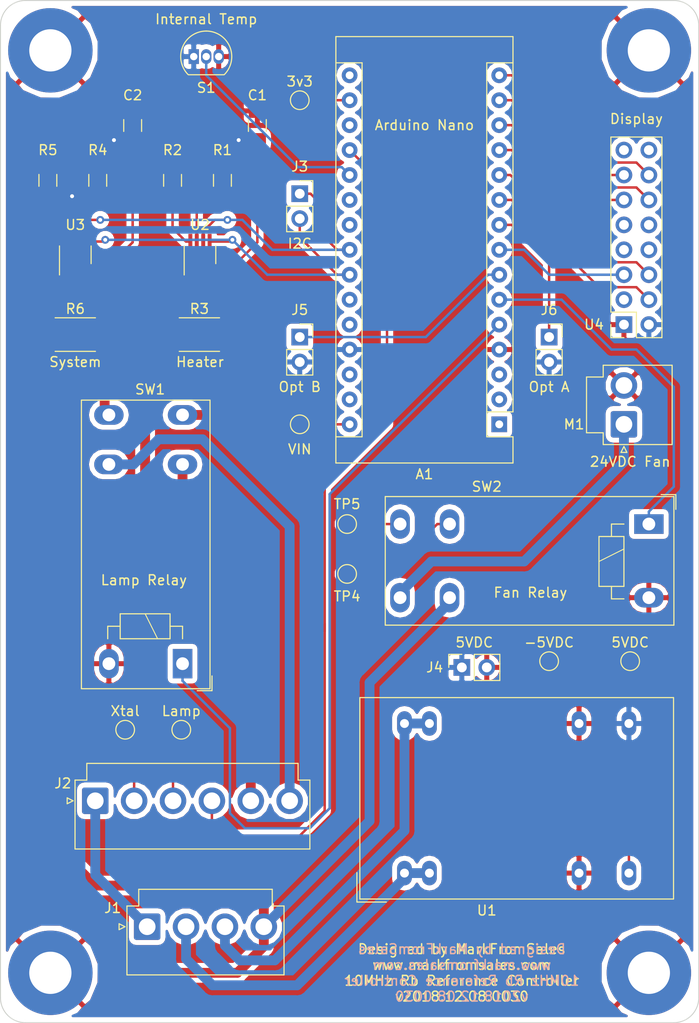
<source format=kicad_pcb>
(kicad_pcb (version 20171130) (host pcbnew "(5.0.2)-1")
  (layers (0 F.Cu signal) (31 B.Cu signal) (34 B.Paste user) (35 F.Paste user) (36 B.SilkS user) (37 F.SilkS user) (38 B.Mask user) (39 F.Mask user) (44 Edge.Cuts user))
  (net 0 "")
  (net 1 "Net-(A1-Pad17)")
  (net 2 /EFR_FREQ)
  (net 3 GND)
  (net 4 /RELAY_PWR)
  (net 5 "Net-(A1-Pad6)")
  (net 6 /SDA)
  (net 7 /MICRO_D5)
  (net 8 /SCL)
  (net 9 /MICRO_D7)
  (net 10 /MICRO_D8)
  (net 11 +5V)
  (net 12 /MICRO_D9)
  (net 13 /MICRO_D10)
  (net 14 /MICRO_D11)
  (net 15 "Net-(A1-Pad30)")
  (net 16 /MICRO_D12)
  (net 17 /GND_24V)
  (net 18 "Net-(J1-Pad2)")
  (net 19 "Net-(J1-Pad3)")
  (net 20 /VCC_24V)
  (net 21 /EFR_XTAL)
  (net 22 /EFR_LAMP)
  (net 23 /EFT_24V_SYS)
  (net 24 /EFT_24V_HEAT)
  (net 25 "Net-(M1-Pad1)")
  (net 26 "Net-(R1-Pad1)")
  (net 27 "Net-(R6-Pad2)")
  (net 28 "Net-(SW2-Pad14)")
  (net 29 "Net-(SW2-Pad11)")
  (net 30 "Net-(TP1-Pad1)")
  (net 31 "Net-(R2-Pad1)")
  (net 32 "Net-(R3-Pad2)")
  (net 33 "Net-(R5-Pad1)")
  (net 34 "Net-(A1-Pad20)")
  (net 35 /MICRO_D4)
  (net 36 /MICRO_D6)
  (module Connector_JST:JST_VH_B6P-VH_1x06_P3.96mm_Vertical (layer F.Cu) (at 55.372 134.874)
    (fp_text reference J2 (at -3.302 -1.778) (layer F.SilkS))
    (fp_text value Conn_01x06_Male)
    (pad 1 thru_hole roundrect (at 0 0) (size 2.7 2.7) (drill 1.7) (layers *.Cu *.Mask) (roundrect_rratio 0.09259299999999999) (net 17 /GND_24V))
    (pad 2 thru_hole circle (at 3.96 0) (size 2.7 2.7) (drill 1.7) (layers *.Cu *.Mask) (net 21 /EFR_XTAL))
    (pad 3 thru_hole circle (at 7.92 0) (size 2.7 2.7) (drill 1.7) (layers *.Cu *.Mask) (net 22 /EFR_LAMP))
    (pad 4 thru_hole circle (at 11.88 0) (size 2.7 2.7) (drill 1.7) (layers *.Cu *.Mask) (net 2 /EFR_FREQ))
    (pad 5 thru_hole circle (at 15.84 0) (size 2.7 2.7) (drill 1.7) (layers *.Cu *.Mask) (net 23 /EFT_24V_SYS))
    (pad 6 thru_hole circle (at 19.8 0) (size 2.7 2.7) (drill 1.7) (layers *.Cu *.Mask) (net 24 /EFT_24V_HEAT))
  )
  (module Converter_DCDC:Converter_DCDC_XP_POWER_JTExxxxDxx_THT (layer F.Cu) (at 86.868 142.24 90)
    (fp_text reference U1 (at -3.81 8.382 180) (layer F.SilkS))
    (fp_text value JTE0624D05)
    (pad 2 thru_hole oval (at 0 0 90) (size 2.5 1.5) (drill 0.91) (layers *.Cu *.Mask) (net 18 "Net-(J1-Pad2)"))
    (pad 9 thru_hole oval (at 0 17.78 90) (size 2.5 1.5) (drill 0.91) (layers *.Cu *.Mask) (net 3 GND))
    (pad 11 thru_hole oval (at 0 22.86 90) (size 2.5 1.5) (drill 0.91) (layers *.Cu *.Mask) (net 30 "Net-(TP1-Pad1)"))
    (pad 14 thru_hole oval (at 15.24 22.86 90) (size 2.5 1.5) (drill 0.91) (layers *.Cu *.Mask) (net 11 +5V))
    (pad 16 thru_hole oval (at 15.24 17.78 90) (size 2.5 1.5) (drill 0.91) (layers *.Cu *.Mask) (net 3 GND))
    (pad 23 thru_hole oval (at 15.24 0 90) (size 2.5 1.5) (drill 0.91) (layers *.Cu *.Mask) (net 19 "Net-(J1-Pad3)"))
    (pad 3 thru_hole oval (at 0 2.54 90) (size 2.5 1.5) (drill 0.91) (layers *.Cu *.Mask) (net 18 "Net-(J1-Pad2)"))
    (pad 22 thru_hole oval (at 15.24 2.54 90) (size 2.5 1.5) (drill 0.91) (layers *.Cu *.Mask) (net 19 "Net-(J1-Pad3)"))
  )
  (module Module:Arduino_Nano (layer F.Cu) (at 96.52 96.52 180)
    (fp_text reference A1 (at 7.62 -5.08 180) (layer F.SilkS))
    (fp_text value Arduino_Nano_v3.x)
    (pad 1 thru_hole rect (at 0 0 180) (size 1.6 1.6) (drill 0.8) (layers *.Cu *.Mask))
    (pad 17 thru_hole oval (at 15.24 33.02 180) (size 1.6 1.6) (drill 0.8) (layers *.Cu *.Mask) (net 1 "Net-(A1-Pad17)"))
    (pad 2 thru_hole oval (at 0 2.54 180) (size 1.6 1.6) (drill 0.8) (layers *.Cu *.Mask))
    (pad 18 thru_hole oval (at 15.24 30.48 180) (size 1.6 1.6) (drill 0.8) (layers *.Cu *.Mask))
    (pad 3 thru_hole oval (at 0 5.08 180) (size 1.6 1.6) (drill 0.8) (layers *.Cu *.Mask))
    (pad 19 thru_hole oval (at 15.24 27.94 180) (size 1.6 1.6) (drill 0.8) (layers *.Cu *.Mask) (net 2 /EFR_FREQ))
    (pad 4 thru_hole oval (at 0 7.62 180) (size 1.6 1.6) (drill 0.8) (layers *.Cu *.Mask) (net 3 GND))
    (pad 20 thru_hole oval (at 15.24 25.4 180) (size 1.6 1.6) (drill 0.8) (layers *.Cu *.Mask) (net 34 "Net-(A1-Pad20)"))
    (pad 5 thru_hole oval (at 0 10.16 180) (size 1.6 1.6) (drill 0.8) (layers *.Cu *.Mask) (net 4 /RELAY_PWR))
    (pad 21 thru_hole oval (at 15.24 22.86 180) (size 1.6 1.6) (drill 0.8) (layers *.Cu *.Mask))
    (pad 6 thru_hole oval (at 0 12.7 180) (size 1.6 1.6) (drill 0.8) (layers *.Cu *.Mask) (net 5 "Net-(A1-Pad6)"))
    (pad 22 thru_hole oval (at 15.24 20.32 180) (size 1.6 1.6) (drill 0.8) (layers *.Cu *.Mask))
    (pad 7 thru_hole oval (at 0 15.24 180) (size 1.6 1.6) (drill 0.8) (layers *.Cu *.Mask) (net 35 /MICRO_D4))
    (pad 23 thru_hole oval (at 15.24 17.78 180) (size 1.6 1.6) (drill 0.8) (layers *.Cu *.Mask) (net 6 /SDA))
    (pad 8 thru_hole oval (at 0 17.78 180) (size 1.6 1.6) (drill 0.8) (layers *.Cu *.Mask) (net 7 /MICRO_D5))
    (pad 24 thru_hole oval (at 15.24 15.24 180) (size 1.6 1.6) (drill 0.8) (layers *.Cu *.Mask) (net 8 /SCL))
    (pad 9 thru_hole oval (at 0 20.32 180) (size 1.6 1.6) (drill 0.8) (layers *.Cu *.Mask) (net 36 /MICRO_D6))
    (pad 25 thru_hole oval (at 15.24 12.7 180) (size 1.6 1.6) (drill 0.8) (layers *.Cu *.Mask))
    (pad 10 thru_hole oval (at 0 22.86 180) (size 1.6 1.6) (drill 0.8) (layers *.Cu *.Mask) (net 9 /MICRO_D7))
    (pad 26 thru_hole oval (at 15.24 10.16 180) (size 1.6 1.6) (drill 0.8) (layers *.Cu *.Mask))
    (pad 11 thru_hole oval (at 0 25.4 180) (size 1.6 1.6) (drill 0.8) (layers *.Cu *.Mask) (net 10 /MICRO_D8))
    (pad 27 thru_hole oval (at 15.24 7.62 180) (size 1.6 1.6) (drill 0.8) (layers *.Cu *.Mask) (net 11 +5V))
    (pad 12 thru_hole oval (at 0 27.94 180) (size 1.6 1.6) (drill 0.8) (layers *.Cu *.Mask) (net 12 /MICRO_D9))
    (pad 28 thru_hole oval (at 15.24 5.08 180) (size 1.6 1.6) (drill 0.8) (layers *.Cu *.Mask))
    (pad 13 thru_hole oval (at 0 30.48 180) (size 1.6 1.6) (drill 0.8) (layers *.Cu *.Mask) (net 13 /MICRO_D10))
    (pad 29 thru_hole oval (at 15.24 2.54 180) (size 1.6 1.6) (drill 0.8) (layers *.Cu *.Mask))
    (pad 14 thru_hole oval (at 0 33.02 180) (size 1.6 1.6) (drill 0.8) (layers *.Cu *.Mask) (net 14 /MICRO_D11))
    (pad 30 thru_hole oval (at 15.24 0 180) (size 1.6 1.6) (drill 0.8) (layers *.Cu *.Mask) (net 15 "Net-(A1-Pad30)"))
    (pad 15 thru_hole oval (at 0 35.56 180) (size 1.6 1.6) (drill 0.8) (layers *.Cu *.Mask) (net 16 /MICRO_D12))
    (pad 16 thru_hole oval (at 15.24 35.56 180) (size 1.6 1.6) (drill 0.8) (layers *.Cu *.Mask))
  )
  (module Capacitor_SMD:C_1206_3216Metric_Pad1.42x1.75mm_HandSolder (layer F.Cu) (at 71.882 66.0765 90)
    (fp_text reference C1 (at 3.0845 0 180) (layer F.SilkS))
    (fp_text value 0.1U)
    (pad 2 smd roundrect (at 1.4875 0 90) (size 1.425 1.75) (layers F.Cu F.Paste F.Mask) (roundrect_rratio 0.175439) (net 3 GND))
    (pad 1 smd roundrect (at -1.4875 0 90) (size 1.425 1.75) (layers F.Cu F.Paste F.Mask) (roundrect_rratio 0.175439) (net 11 +5V))
  )
  (module Capacitor_SMD:C_1206_3216Metric_Pad1.42x1.75mm_HandSolder (layer F.Cu) (at 59.182 66.0765 90)
    (fp_text reference C2 (at 3.0845 0 180) (layer F.SilkS))
    (fp_text value 0.1U)
    (pad 1 smd roundrect (at -1.4875 0 90) (size 1.425 1.75) (layers F.Cu F.Paste F.Mask) (roundrect_rratio 0.175439) (net 11 +5V))
    (pad 2 smd roundrect (at 1.4875 0 90) (size 1.425 1.75) (layers F.Cu F.Paste F.Mask) (roundrect_rratio 0.175439) (net 3 GND))
  )
  (module Connector_JST:JST_VH_B4P-VH-B_1x04_P3.96mm_Vertical (layer F.Cu) (at 60.66 147.701)
    (fp_text reference J1 (at -3.51 -1.905) (layer F.SilkS))
    (fp_text value VIN_24VDC)
    (pad 1 thru_hole roundrect (at 0 0) (size 2.7 2.7) (drill 1.7) (layers *.Cu *.Mask) (roundrect_rratio 0.09259299999999999) (net 17 /GND_24V))
    (pad 2 thru_hole circle (at 3.96 0) (size 2.7 2.7) (drill 1.7) (layers *.Cu *.Mask) (net 18 "Net-(J1-Pad2)"))
    (pad 3 thru_hole circle (at 7.92 0) (size 2.7 2.7) (drill 1.7) (layers *.Cu *.Mask) (net 19 "Net-(J1-Pad3)"))
    (pad 4 thru_hole circle (at 11.88 0) (size 2.7 2.7) (drill 1.7) (layers *.Cu *.Mask) (net 20 /VCC_24V))
  )
  (module Connector_JST:JST_VH_B2P-VH-B_1x02_P3.96mm_Vertical (layer F.Cu) (at 109.22 96.52 90)
    (fp_text reference M1 (at 0 -5.08 180) (layer F.SilkS))
    (fp_text value Fan)
    (pad 1 thru_hole roundrect (at 0 0 90) (size 2.7 2.7) (drill 1.7) (layers *.Cu *.Mask) (roundrect_rratio 0.09259299999999999) (net 25 "Net-(M1-Pad1)"))
    (pad 2 thru_hole circle (at 3.96 0 90) (size 2.7 2.7) (drill 1.7) (layers *.Cu *.Mask) (net 3 GND))
  )
  (module Resistor_SMD:R_1206_3216Metric_Pad1.42x1.75mm_HandSolder (layer F.Cu) (at 68.326 71.6645 90)
    (fp_text reference R1 (at 3.0845 0 180) (layer F.SilkS))
    (fp_text value 10K)
    (pad 1 smd roundrect (at -1.4875 0 90) (size 1.425 1.75) (layers F.Cu F.Paste F.Mask) (roundrect_rratio 0.175439) (net 26 "Net-(R1-Pad1)"))
    (pad 2 smd roundrect (at 1.4875 0 90) (size 1.425 1.75) (layers F.Cu F.Paste F.Mask) (roundrect_rratio 0.175439) (net 3 GND))
  )
  (module Resistor_SMD:R_1206_3216Metric_Pad1.42x1.75mm_HandSolder (layer F.Cu) (at 63.246 71.6645 90)
    (fp_text reference R2 (at 3.0845 0 180) (layer F.SilkS))
    (fp_text value 10K)
    (pad 2 smd roundrect (at 1.4875 0 90) (size 1.425 1.75) (layers F.Cu F.Paste F.Mask) (roundrect_rratio 0.175439) (net 3 GND))
    (pad 1 smd roundrect (at -1.4875 0 90) (size 1.425 1.75) (layers F.Cu F.Paste F.Mask) (roundrect_rratio 0.175439) (net 31 "Net-(R2-Pad1)"))
  )
  (module Resistor_SMD:R_1206_3216Metric_Pad1.42x1.75mm_HandSolder (layer F.Cu) (at 55.626 71.6645 90)
    (fp_text reference R4 (at 3.0845 0 180) (layer F.SilkS))
    (fp_text value 10K)
    (pad 1 smd roundrect (at -1.4875 0 90) (size 1.425 1.75) (layers F.Cu F.Paste F.Mask) (roundrect_rratio 0.175439) (net 11 +5V))
    (pad 2 smd roundrect (at 1.4875 0 90) (size 1.425 1.75) (layers F.Cu F.Paste F.Mask) (roundrect_rratio 0.175439) (net 3 GND))
  )
  (module Resistor_SMD:R_2512_6332Metric_Pad1.52x3.35mm_HandSolder (layer F.Cu) (at 53.34 87.376)
    (fp_text reference R6 (at 0 -2.62) (layer F.SilkS))
    (fp_text value 0.1)
    (pad 2 smd roundrect (at 2.9875 0) (size 1.525 3.35) (layers F.Cu F.Paste F.Mask) (roundrect_rratio 0.163934) (net 27 "Net-(R6-Pad2)"))
    (pad 1 smd roundrect (at -2.9875 0) (size 1.525 3.35) (layers F.Cu F.Paste F.Mask) (roundrect_rratio 0.163934) (net 20 /VCC_24V))
  )
  (module Relay_THT:Relay_DPST_Schrack-RT2-FormA_RM5mm (layer F.Cu) (at 64.262 120.904 90)
    (fp_text reference SW1 (at 27.94 -3.302 180) (layer F.SilkS))
    (fp_text value SW_DPST)
    (pad A1 thru_hole rect (at 0 0 270) (size 3 2) (drill 1.3) (layers *.Cu *.Mask) (net 4 /RELAY_PWR))
    (pad A2 thru_hole oval (at 0 -7.5 270) (size 3 2) (drill 1.3) (layers *.Cu *.Mask) (net 3 GND))
    (pad 11 thru_hole oval (at 20.3 0 270) (size 2 3) (drill 1.3) (layers *.Cu *.Mask) (net 23 /EFT_24V_SYS))
    (pad 24 thru_hole oval (at 25.34 -7.5 270) (size 2 3) (drill 1.3) (layers *.Cu *.Mask) (net 27 "Net-(R6-Pad2)"))
    (pad 21 thru_hole oval (at 20.3 -7.5 270) (size 2 3) (drill 1.3) (layers *.Cu *.Mask) (net 24 /EFT_24V_HEAT))
    (pad 14 thru_hole oval (at 25.34 0 270) (size 2 3) (drill 1.3) (layers *.Cu *.Mask) (net 32 "Net-(R3-Pad2)"))
  )
  (module Relay_THT:Relay_DPST_Schrack-RT2-FormA_RM5mm (layer F.Cu) (at 111.76 106.68 180)
    (fp_text reference SW2 (at 16.51 3.81 180) (layer F.SilkS))
    (fp_text value SW_DPST)
    (pad A1 thru_hole rect (at 0 0) (size 3 2) (drill 1.3) (layers *.Cu *.Mask) (net 5 "Net-(A1-Pad6)"))
    (pad A2 thru_hole oval (at 0 -7.5) (size 3 2) (drill 1.3) (layers *.Cu *.Mask) (net 3 GND))
    (pad 11 thru_hole oval (at 20.3 0) (size 2 3) (drill 1.3) (layers *.Cu *.Mask) (net 29 "Net-(SW2-Pad11)"))
    (pad 24 thru_hole oval (at 25.34 -7.5) (size 2 3) (drill 1.3) (layers *.Cu *.Mask) (net 25 "Net-(M1-Pad1)"))
    (pad 21 thru_hole oval (at 20.3 -7.5) (size 2 3) (drill 1.3) (layers *.Cu *.Mask) (net 20 /VCC_24V))
    (pad 14 thru_hole oval (at 25.34 0) (size 2 3) (drill 1.3) (layers *.Cu *.Mask) (net 28 "Net-(SW2-Pad14)"))
  )
  (module TestPoint:TestPoint_Pad_D1.5mm (layer F.Cu) (at 101.6 120.65)
    (fp_text reference TP1 hide)
    (fp_text value TestPoint hide)
    (pad 1 smd circle (at 0 0) (size 1.5 1.5) (layers F.Cu F.Mask) (net 30 "Net-(TP1-Pad1)"))
  )
  (module TestPoint:TestPoint_Pad_D1.5mm (layer F.Cu) (at 58.42 127.635)
    (fp_text reference TP2 hide)
    (fp_text value TestPoint hide)
    (pad 1 smd circle (at 0 0) (size 1.5 1.5) (layers F.Cu F.Mask) (net 21 /EFR_XTAL))
  )
  (module TestPoint:TestPoint_Pad_D1.5mm (layer F.Cu) (at 64.135 127.635)
    (fp_text reference TP3 hide)
    (fp_text value TestPoint hide)
    (pad 1 smd circle (at 0 0) (size 1.5 1.5) (layers F.Cu F.Mask) (net 22 /EFR_LAMP))
  )
  (module TestPoint:TestPoint_Pad_D1.5mm (layer F.Cu) (at 81.026 111.76)
    (fp_text reference TP4 (at 0 2.286) (layer F.SilkS))
    (fp_text value TestPoint hide)
    (pad 1 smd circle (at 0 0) (size 1.5 1.5) (layers F.Cu F.Mask) (net 29 "Net-(SW2-Pad11)"))
  )
  (module TestPoint:TestPoint_Pad_D1.5mm (layer F.Cu) (at 81.026 106.68)
    (fp_text reference TP5 (at 0 -2.032) (layer F.SilkS))
    (fp_text value TestPoint hide)
    (pad 1 smd circle (at 0 0) (size 1.5 1.5) (layers F.Cu F.Mask) (net 28 "Net-(SW2-Pad14)"))
  )
  (module TestPoint:TestPoint_Pad_D1.5mm (layer F.Cu) (at 76.2 63.5)
    (fp_text reference TP6 hide)
    (fp_text value TestPoint hide)
    (pad 1 smd circle (at 0 0) (size 1.5 1.5) (layers F.Cu F.Mask) (net 1 "Net-(A1-Pad17)"))
  )
  (module TestPoint:TestPoint_Pad_D1.5mm (layer F.Cu) (at 76.2 96.52)
    (fp_text reference TP7 hide)
    (fp_text value TestPoint hide)
    (pad 1 smd circle (at 0 0) (size 1.5 1.5) (layers F.Cu F.Mask) (net 15 "Net-(A1-Pad30)"))
  )
  (module Package_TO_SOT_SMD:SOT-23-8_Handsoldering (layer F.Cu) (at 66.04 79.248 90)
    (fp_text reference U2 (at 3.048 0 180) (layer F.SilkS))
    (fp_text value INA219)
    (pad 1 smd rect (at -1.35 -0.98 90) (size 1.56 0.4) (layers F.Cu F.Paste F.Mask) (net 20 /VCC_24V))
    (pad 2 smd rect (at -1.35 -0.33 90) (size 1.56 0.4) (layers F.Cu F.Paste F.Mask) (net 32 "Net-(R3-Pad2)"))
    (pad 3 smd rect (at -1.35 0.33 90) (size 1.56 0.4) (layers F.Cu F.Paste F.Mask) (net 3 GND))
    (pad 4 smd rect (at -1.35 0.98 90) (size 1.56 0.4) (layers F.Cu F.Paste F.Mask) (net 11 +5V))
    (pad 5 smd rect (at 1.35 0.98 90) (size 1.56 0.4) (layers F.Cu F.Paste F.Mask) (net 8 /SCL))
    (pad 6 smd rect (at 1.35 0.33 90) (size 1.56 0.4) (layers F.Cu F.Paste F.Mask) (net 6 /SDA))
    (pad 7 smd rect (at 1.35 -0.33 90) (size 1.56 0.4) (layers F.Cu F.Paste F.Mask) (net 26 "Net-(R1-Pad1)"))
    (pad 8 smd rect (at 1.35 -0.98 90) (size 1.56 0.4) (layers F.Cu F.Paste F.Mask) (net 31 "Net-(R2-Pad1)"))
  )
  (module Package_TO_SOT_SMD:SOT-23-8_Handsoldering (layer F.Cu) (at 53.34 79.248 90)
    (fp_text reference U3 (at 3.048 0 180) (layer F.SilkS))
    (fp_text value INA219)
    (pad 8 smd rect (at 1.35 -0.98 90) (size 1.56 0.4) (layers F.Cu F.Paste F.Mask) (net 33 "Net-(R5-Pad1)"))
    (pad 7 smd rect (at 1.35 -0.33 90) (size 1.56 0.4) (layers F.Cu F.Paste F.Mask) (net 11 +5V))
    (pad 6 smd rect (at 1.35 0.33 90) (size 1.56 0.4) (layers F.Cu F.Paste F.Mask) (net 6 /SDA))
    (pad 5 smd rect (at 1.35 0.98 90) (size 1.56 0.4) (layers F.Cu F.Paste F.Mask) (net 8 /SCL))
    (pad 4 smd rect (at -1.35 0.98 90) (size 1.56 0.4) (layers F.Cu F.Paste F.Mask) (net 11 +5V))
    (pad 3 smd rect (at -1.35 0.33 90) (size 1.56 0.4) (layers F.Cu F.Paste F.Mask) (net 3 GND))
    (pad 2 smd rect (at -1.35 -0.33 90) (size 1.56 0.4) (layers F.Cu F.Paste F.Mask) (net 27 "Net-(R6-Pad2)"))
    (pad 1 smd rect (at -1.35 -0.98 90) (size 1.56 0.4) (layers F.Cu F.Paste F.Mask) (net 20 /VCC_24V))
  )
  (module Resistor_SMD:R_2512_6332Metric_Pad1.52x3.35mm_HandSolder (layer F.Cu) (at 65.9795 87.376)
    (fp_text reference R3 (at 0 -2.62) (layer F.SilkS))
    (fp_text value 0.1)
    (pad 1 smd roundrect (at -2.9875 0) (size 1.525 3.35) (layers F.Cu F.Paste F.Mask) (roundrect_rratio 0.163934) (net 20 /VCC_24V))
    (pad 2 smd roundrect (at 2.9875 0) (size 1.525 3.35) (layers F.Cu F.Paste F.Mask) (roundrect_rratio 0.163934) (net 32 "Net-(R3-Pad2)"))
  )
  (module Resistor_SMD:R_1206_3216Metric_Pad1.42x1.75mm_HandSolder (layer F.Cu) (at 50.546 71.6645 90)
    (fp_text reference R5 (at 3.0845 0) (layer F.SilkS))
    (fp_text value 10K)
    (pad 1 smd roundrect (at -1.4875 0 90) (size 1.425 1.75) (layers F.Cu F.Paste F.Mask) (roundrect_rratio 0.175439) (net 33 "Net-(R5-Pad1)"))
    (pad 2 smd roundrect (at 1.4875 0 90) (size 1.425 1.75) (layers F.Cu F.Paste F.Mask) (roundrect_rratio 0.175439) (net 3 GND))
  )
  (module MountingHole:MountingHole_4.3mm_M4_Pad (layer F.Cu) (at 50.8 152.4)
    (fp_text reference H1 hide)
    (fp_text value MountingHole_Pad)
    (pad 1 thru_hole circle (at 0 0) (size 8.6 8.6) (drill 4.3) (layers *.Cu *.Mask) (net 3 GND))
  )
  (module MountingHole:MountingHole_4.3mm_M4_Pad (layer F.Cu) (at 111.76 152.4)
    (fp_text reference H2 hide)
    (fp_text value MountingHole_Pad)
    (pad 1 thru_hole circle (at 0 0) (size 8.6 8.6) (drill 4.3) (layers *.Cu *.Mask) (net 3 GND))
  )
  (module MountingHole:MountingHole_4.3mm_M4_Pad (layer F.Cu) (at 50.8 58.42)
    (fp_text reference H3 hide)
    (fp_text value MountingHole_Pad)
    (pad 1 thru_hole circle (at 0 0) (size 8.6 8.6) (drill 4.3) (layers *.Cu *.Mask) (net 3 GND))
  )
  (module MountingHole:MountingHole_4.3mm_M4_Pad (layer F.Cu) (at 111.76 58.42)
    (fp_text reference H4 hide)
    (fp_text value MountingHole_Pad)
    (pad 1 thru_hole circle (at 0 0) (size 8.6 8.6) (drill 4.3) (layers *.Cu *.Mask) (net 3 GND))
  )
  (module Connector_PinSocket_2.54mm:PinSocket_2x08_P2.54mm_Vertical (layer F.Cu) (at 109.22 86.36 180)
    (fp_text reference U4 (at 3.048 0 180) (layer F.SilkS))
    (fp_text value RC1602A)
    (pad 1 thru_hole rect (at 0 0 180) (size 1.7 1.7) (drill 1) (layers *.Cu *.Mask) (net 3 GND))
    (pad 2 thru_hole oval (at -2.54 0 180) (size 1.7 1.7) (drill 1) (layers *.Cu *.Mask) (net 11 +5V))
    (pad 3 thru_hole oval (at 0 2.54 180) (size 1.7 1.7) (drill 1) (layers *.Cu *.Mask))
    (pad 4 thru_hole oval (at -2.54 2.54 180) (size 1.7 1.7) (drill 1) (layers *.Cu *.Mask) (net 9 /MICRO_D7))
    (pad 5 thru_hole oval (at 0 5.08 180) (size 1.7 1.7) (drill 1) (layers *.Cu *.Mask) (net 7 /MICRO_D5))
    (pad 6 thru_hole oval (at -2.54 5.08 180) (size 1.7 1.7) (drill 1) (layers *.Cu *.Mask) (net 10 /MICRO_D8))
    (pad 7 thru_hole oval (at 0 7.62 180) (size 1.7 1.7) (drill 1) (layers *.Cu *.Mask))
    (pad 8 thru_hole oval (at -2.54 7.62 180) (size 1.7 1.7) (drill 1) (layers *.Cu *.Mask))
    (pad 9 thru_hole oval (at 0 10.16 180) (size 1.7 1.7) (drill 1) (layers *.Cu *.Mask))
    (pad 10 thru_hole oval (at -2.54 10.16 180) (size 1.7 1.7) (drill 1) (layers *.Cu *.Mask))
    (pad 11 thru_hole oval (at 0 12.7 180) (size 1.7 1.7) (drill 1) (layers *.Cu *.Mask) (net 12 /MICRO_D9))
    (pad 12 thru_hole oval (at -2.54 12.7 180) (size 1.7 1.7) (drill 1) (layers *.Cu *.Mask) (net 13 /MICRO_D10))
    (pad 13 thru_hole oval (at 0 15.24 180) (size 1.7 1.7) (drill 1) (layers *.Cu *.Mask) (net 14 /MICRO_D11))
    (pad 14 thru_hole oval (at -2.54 15.24 180) (size 1.7 1.7) (drill 1) (layers *.Cu *.Mask) (net 16 /MICRO_D12))
    (pad 15 thru_hole oval (at 0 17.78 180) (size 1.7 1.7) (drill 1) (layers *.Cu *.Mask))
    (pad 16 thru_hole oval (at -2.54 17.78 180) (size 1.7 1.7) (drill 1) (layers *.Cu *.Mask))
  )
  (module TestPoint:TestPoint_Pad_D1.5mm (layer F.Cu) (at 109.855 120.65)
    (fp_text reference TP8 hide)
    (fp_text value TestPoint)
    (pad 1 smd circle (at 0 0) (size 1.5 1.5) (layers F.Cu F.Mask) (net 11 +5V))
  )
  (module Connector_PinSocket_2.54mm:PinSocket_1x02_P2.54mm_Vertical (layer F.Cu) (at 76.2 73.025)
    (fp_text reference J3 (at 0 -2.77) (layer F.SilkS))
    (fp_text value Conn_I2C)
    (pad 1 thru_hole rect (at 0 0) (size 1.7 1.7) (drill 1) (layers *.Cu *.Mask) (net 6 /SDA))
    (pad 2 thru_hole oval (at 0 2.54) (size 1.7 1.7) (drill 1) (layers *.Cu *.Mask) (net 8 /SCL))
  )
  (module Connector_PinSocket_2.54mm:PinSocket_1x02_P2.54mm_Vertical (layer F.Cu) (at 92.71 121.285 90)
    (fp_text reference J4 (at 0 -2.77 180) (layer F.SilkS))
    (fp_text value Conn_5VDC)
    (pad 2 thru_hole oval (at 0 2.54 90) (size 1.7 1.7) (drill 1) (layers *.Cu *.Mask) (net 3 GND))
    (pad 1 thru_hole rect (at 0 0 90) (size 1.7 1.7) (drill 1) (layers *.Cu *.Mask) (net 11 +5V))
  )
  (module Connector_PinSocket_2.54mm:PinSocket_1x02_P2.54mm_Vertical (layer F.Cu) (at 76.2 87.63)
    (fp_text reference J5 (at 0 -2.77) (layer F.SilkS))
    (fp_text value Option_A)
    (pad 1 thru_hole rect (at 0 0) (size 1.7 1.7) (drill 1) (layers *.Cu *.Mask) (net 35 /MICRO_D4))
    (pad 2 thru_hole oval (at 0 2.54) (size 1.7 1.7) (drill 1) (layers *.Cu *.Mask) (net 11 +5V))
  )
  (module Connector_PinSocket_2.54mm:PinSocket_1x02_P2.54mm_Vertical (layer F.Cu) (at 101.6 87.63)
    (fp_text reference J6 (at 0 -2.77) (layer F.SilkS))
    (fp_text value Option_B)
    (pad 2 thru_hole oval (at 0 2.54) (size 1.7 1.7) (drill 1) (layers *.Cu *.Mask) (net 11 +5V))
    (pad 1 thru_hole rect (at 0 0) (size 1.7 1.7) (drill 1) (layers *.Cu *.Mask) (net 36 /MICRO_D6))
  )
  (module Package_TO_SOT_THT:TO-92_Inline (layer F.Cu) (at 65.405 59.055)
    (fp_text reference S1 (at 1.27 3.175) (layer F.SilkS))
    (fp_text value TMP36)
    (pad 2 thru_hole oval (at 1.27 0) (size 1.05 1.5) (drill 0.75) (layers *.Cu *.Mask) (net 34 "Net-(A1-Pad20)"))
    (pad 3 thru_hole oval (at 2.54 0) (size 1.05 1.5) (drill 0.75) (layers *.Cu *.Mask) (net 3 GND))
    (pad 1 thru_hole rect (at 0 0) (size 1.05 1.5) (drill 0.75) (layers *.Cu *.Mask) (net 11 +5V))
  )
  (gr_text 5VDC (at 93.98 118.745) (layer F.SilkS) (effects (font (size 1 1))))
  (gr_text "Internal Temp" (at 66.675 55.245) (layer F.SilkS) (effects (font (size 1 1))))
  (gr_text I2C (at 76.2 78.105) (layer F.SilkS) (effects (font (size 1 1))))
  (gr_text "Opt B" (at 76.2 92.71) (layer F.SilkS) (effects (font (size 1 1))))
  (gr_text "Opt A" (at 101.6 92.71) (layer F.SilkS) (effects (font (size 1 1))))
  (gr_text Lamp (at 64.135 125.73) (layer F.SilkS) (effects (font (size 1 1))))
  (gr_text Xtal (at 58.42 125.73) (layer F.SilkS) (effects (font (size 1 1))))
  (gr_text Heater (at 66.04 90.17) (layer F.SilkS) (effects (font (size 1 1))))
  (gr_text System (at 53.34 90.17) (layer F.SilkS) (effects (font (size 1 1))))
  (gr_text "Lamp Relay" (at 60.325 112.395) (layer F.SilkS) (effects (font (size 1 1))))
  (gr_text "Fan Relay" (at 99.695 113.665) (layer F.SilkS) (effects (font (size 1 1))))
  (gr_text Display (at 110.49 65.405) (layer F.SilkS) (effects (font (size 1 1))))
  (gr_text "24VDC Fan" (at 109.855 100.33) (layer F.SilkS) (effects (font (size 1 1))))
  (gr_text "Arduino Nano" (at 88.9 66.04) (layer F.SilkS) (effects (font (size 1 1))))
  (gr_text 3v3 (at 76.2 61.595) (layer F.SilkS) (effects (font (size 1 1))))
  (gr_text VIN (at 76.2 99.06) (layer F.SilkS) (effects (font (size 1 1))))
  (gr_text -5VDC (at 101.6 118.745) (layer F.SilkS) (effects (font (size 1 1))))
  (gr_text 5VDC (at 109.855 118.745) (layer F.SilkS) (effects (font (size 1 1))))
  (gr_arc (start 48.26 55.88) (end 48.26 53.34) (angle -90) (layer Edge.Cuts) (width 0.1))
  (gr_arc (start 114.3 55.88) (end 116.84 55.88) (angle -90) (layer Edge.Cuts) (width 0.1))
  (gr_arc (start 114.3 154.94) (end 114.3 157.48) (angle -90) (layer Edge.Cuts) (width 0.1))
  (gr_arc (start 48.26 154.94) (end 45.72 154.94) (angle -90) (layer Edge.Cuts) (width 0.1))
  (gr_text "Designed by MarkFromSales\nwww.markfromsales.com\n10MHz Rb Reference Controller\nv2018.12.08.0030" (at 92.71 152.4) (layer B.SilkS) (effects (font (size 1 1)) (justify mirror)))
  (gr_text "Designed by MarkFromSales\nwww.markfromsales.com\n10MHz Rb Reference Controller\nv2018.12.08.0030" (at 92.71 152.4) (layer F.SilkS) (effects (font (size 1 1))))
  (gr_line (start 116.84 55.88) (end 116.84 154.94) (layer Edge.Cuts) (width 0.1))
  (gr_line (start 114.3 157.48) (end 48.26 157.48) (layer Edge.Cuts) (width 0.1))
  (gr_line (start 45.72 55.88) (end 45.72 154.94) (layer Edge.Cuts) (width 0.1))
  (gr_line (start 114.3 53.34) (end 48.26 53.34) (layer Edge.Cuts) (width 0.1))
  (segment (start 76.2 63.5) (end 81.28 63.5) (width 0.25) (layer F.Cu) (net 1))
  (segment (start 85.09 72.39) (end 81.28 68.58) (width 0.25) (layer F.Cu) (net 2))
  (segment (start 67.252 134.874) (end 67.252 136.783188) (width 0.25) (layer F.Cu) (net 2))
  (segment (start 76.2 138.43) (end 78.74 135.89) (width 0.25) (layer F.Cu) (net 2))
  (segment (start 67.252 136.783188) (end 68.898812 138.43) (width 0.25) (layer F.Cu) (net 2))
  (segment (start 68.898812 138.43) (end 76.2 138.43) (width 0.25) (layer F.Cu) (net 2))
  (segment (start 85.09 72.39) (end 85.09 96.52) (width 0.25) (layer F.Cu) (net 2))
  (segment (start 85.09 96.52) (end 78.74 102.87) (width 0.25) (layer F.Cu) (net 2))
  (segment (start 78.74 102.87) (end 78.74 117.602) (width 0.25) (layer F.Cu) (net 2))
  (segment (start 78.74 135.89) (end 78.74 117.602) (width 0.25) (layer F.Cu) (net 2))
  (segment (start 78.74 117.602) (end 78.74 116.84) (width 0.25) (layer F.Cu) (net 2))
  (segment (start 53.67 81.106) (end 53.67 82.626) (width 0.25) (layer F.Cu) (net 3))
  (segment (start 66.37 81.106) (end 66.37 82.626) (width 0.25) (layer F.Cu) (net 3))
  (segment (start 79.248 103.632) (end 80.01 102.87) (width 0.25) (layer B.Cu) (net 4))
  (segment (start 79.248 135.636) (end 79.248 103.632) (width 0.25) (layer B.Cu) (net 4))
  (segment (start 70.612 137.668) (end 77.216 137.668) (width 0.25) (layer B.Cu) (net 4))
  (segment (start 80.01 102.87) (end 96.52 86.36) (width 0.25) (layer B.Cu) (net 4))
  (segment (start 64.262 120.904) (end 64.262 122.654) (width 0.25) (layer B.Cu) (net 4))
  (segment (start 77.216 137.668) (end 79.248 135.636) (width 0.25) (layer B.Cu) (net 4))
  (segment (start 64.262 122.654) (end 69.088 127.48) (width 0.25) (layer B.Cu) (net 4))
  (segment (start 69.088 127.48) (end 69.088 136.144) (width 0.25) (layer B.Cu) (net 4))
  (segment (start 69.088 136.144) (end 70.612 137.668) (width 0.25) (layer B.Cu) (net 4))
  (segment (start 111.76 105.41) (end 111.76 106.68) (width 0.25) (layer B.Cu) (net 5))
  (segment (start 102.87 83.82) (end 107.95 88.9) (width 0.25) (layer B.Cu) (net 5))
  (segment (start 96.52 83.82) (end 102.87 83.82) (width 0.25) (layer B.Cu) (net 5))
  (segment (start 107.95 88.9) (end 110.49 88.9) (width 0.25) (layer B.Cu) (net 5))
  (segment (start 110.49 88.9) (end 114.3 92.71) (width 0.25) (layer B.Cu) (net 5))
  (segment (start 114.3 92.71) (end 114.3 102.87) (width 0.25) (layer B.Cu) (net 5))
  (segment (start 114.3 102.87) (end 111.76 105.41) (width 0.25) (layer B.Cu) (net 5))
  (via (at 55.88 75.692) (size 0.8) (drill 0.4) (layers F.Cu B.Cu) (net 6))
  (segment (start 55.314315 75.692) (end 55.88 75.692) (width 0.25) (layer F.Cu) (net 6))
  (segment (start 54.846 75.692) (end 55.314315 75.692) (width 0.25) (layer F.Cu) (net 6))
  (segment (start 53.67 76.868) (end 54.846 75.692) (width 0.25) (layer F.Cu) (net 6))
  (segment (start 53.67 77.898) (end 53.67 76.868) (width 0.25) (layer F.Cu) (net 6))
  (via (at 68.834 75.692) (size 0.8) (drill 0.4) (layers F.Cu B.Cu) (net 6))
  (segment (start 68.268315 75.692) (end 68.834 75.692) (width 0.25) (layer F.Cu) (net 6))
  (segment (start 67.546 75.692) (end 68.268315 75.692) (width 0.25) (layer F.Cu) (net 6))
  (segment (start 66.37 76.868) (end 67.546 75.692) (width 0.25) (layer F.Cu) (net 6))
  (segment (start 66.37 77.898) (end 66.37 76.868) (width 0.25) (layer F.Cu) (net 6))
  (segment (start 55.88 75.692) (end 68.834 75.692) (width 0.25) (layer B.Cu) (net 6))
  (segment (start 81.28 78.74) (end 73.406 78.74) (width 0.25) (layer B.Cu) (net 6))
  (segment (start 70.358 75.692) (end 68.834 75.692) (width 0.25) (layer B.Cu) (net 6))
  (segment (start 73.406 78.74) (end 70.358 75.692) (width 0.25) (layer B.Cu) (net 6))
  (segment (start 77.3 73.025) (end 78.74 74.465) (width 0.25) (layer F.Cu) (net 6))
  (segment (start 76.2 73.025) (end 77.3 73.025) (width 0.25) (layer F.Cu) (net 6))
  (segment (start 78.74 74.465) (end 78.74 77.47) (width 0.25) (layer F.Cu) (net 6))
  (segment (start 80.01 78.74) (end 78.74 77.47) (width 0.25) (layer F.Cu) (net 6))
  (segment (start 81.28 78.74) (end 80.01 78.74) (width 0.25) (layer F.Cu) (net 6))
  (segment (start 96.52 78.74) (end 99.06 78.74) (width 0.25) (layer B.Cu) (net 7))
  (segment (start 99.06 78.74) (end 101.6 81.28) (width 0.25) (layer B.Cu) (net 7))
  (segment (start 101.6 81.28) (end 109.22 81.28) (width 0.25) (layer B.Cu) (net 7))
  (via (at 56.388 77.724) (size 0.8) (drill 0.4) (layers F.Cu B.Cu) (net 8))
  (segment (start 56.214 77.898) (end 56.388 77.724) (width 0.25) (layer F.Cu) (net 8))
  (segment (start 54.32 77.898) (end 56.214 77.898) (width 0.25) (layer F.Cu) (net 8))
  (via (at 69.342 77.724) (size 0.8) (drill 0.4) (layers F.Cu B.Cu) (net 8))
  (segment (start 69.168 77.898) (end 69.342 77.724) (width 0.25) (layer F.Cu) (net 8))
  (segment (start 67.02 77.898) (end 69.168 77.898) (width 0.25) (layer F.Cu) (net 8))
  (segment (start 56.388 77.724) (end 69.342 77.724) (width 0.25) (layer B.Cu) (net 8))
  (segment (start 72.898 81.28) (end 69.342 77.724) (width 0.25) (layer B.Cu) (net 8))
  (segment (start 81.28 81.28) (end 72.898 81.28) (width 0.25) (layer B.Cu) (net 8))
  (segment (start 80.01 81.28) (end 81.28 81.28) (width 0.25) (layer F.Cu) (net 8))
  (segment (start 76.2 75.565) (end 76.2 77.47) (width 0.25) (layer F.Cu) (net 8))
  (segment (start 76.2 77.47) (end 80.01 81.28) (width 0.25) (layer F.Cu) (net 8))
  (segment (start 96.52 73.66) (end 97.79 73.66) (width 0.25) (layer F.Cu) (net 9))
  (segment (start 97.79 73.66) (end 106.68 82.55) (width 0.25) (layer F.Cu) (net 9))
  (segment (start 110.49 82.55) (end 111.76 83.82) (width 0.25) (layer F.Cu) (net 9))
  (segment (start 106.68 82.55) (end 110.49 82.55) (width 0.25) (layer F.Cu) (net 9))
  (segment (start 97.65137 71.12) (end 106.54137 80.01) (width 0.25) (layer F.Cu) (net 10))
  (segment (start 96.52 71.12) (end 97.65137 71.12) (width 0.25) (layer F.Cu) (net 10))
  (segment (start 106.54137 80.01) (end 110.49 80.01) (width 0.25) (layer F.Cu) (net 10))
  (segment (start 110.49 80.01) (end 111.76 81.28) (width 0.25) (layer F.Cu) (net 10))
  (via (at 53.0098 73.279) (size 0.8) (drill 0.4) (layers F.Cu B.Cu) (net 11))
  (segment (start 53.01 76.868) (end 53.01 77.898) (width 0.25) (layer F.Cu) (net 11))
  (segment (start 54.651 73.152) (end 53.01 74.793) (width 0.25) (layer F.Cu) (net 11))
  (segment (start 55.626 73.152) (end 54.651 73.152) (width 0.25) (layer F.Cu) (net 11))
  (segment (start 71.882 67.564) (end 69.977 67.564) (width 0.25) (layer F.Cu) (net 11))
  (via (at 69.977 67.564) (size 0.8) (drill 0.4) (layers F.Cu B.Cu) (net 11))
  (segment (start 53.01 75.692) (end 53.01 76.868) (width 0.25) (layer F.Cu) (net 11))
  (segment (start 53.01 73.844885) (end 53.01 74.9808) (width 0.25) (layer F.Cu) (net 11))
  (segment (start 53.0098 73.844685) (end 53.01 73.844885) (width 0.25) (layer F.Cu) (net 11))
  (segment (start 53.0098 73.279) (end 53.0098 73.844685) (width 0.25) (layer F.Cu) (net 11))
  (segment (start 53.01 74.793) (end 53.01 74.9808) (width 0.25) (layer F.Cu) (net 11))
  (segment (start 53.01 74.9808) (end 53.01 75.692) (width 0.25) (layer F.Cu) (net 11))
  (segment (start 71.882 77.978) (end 71.882 75.946) (width 0.25) (layer F.Cu) (net 11))
  (segment (start 69.262 80.598) (end 71.882 77.978) (width 0.25) (layer F.Cu) (net 11))
  (segment (start 67.02 80.598) (end 69.262 80.598) (width 0.25) (layer F.Cu) (net 11))
  (segment (start 71.882 67.564) (end 71.882 75.946) (width 0.25) (layer F.Cu) (net 11))
  (segment (start 71.882 75.946) (end 71.882 76.186) (width 0.25) (layer F.Cu) (net 11))
  (via (at 57.277 67.564) (size 0.8) (drill 0.4) (layers F.Cu B.Cu) (net 11))
  (segment (start 59.182 67.564) (end 57.277 67.564) (width 0.25) (layer F.Cu) (net 11))
  (segment (start 59.182 76.186) (end 59.182 67.564) (width 0.25) (layer F.Cu) (net 11))
  (segment (start 56.562 80.598) (end 59.182 77.978) (width 0.25) (layer F.Cu) (net 11))
  (segment (start 54.32 80.598) (end 56.562 80.598) (width 0.25) (layer F.Cu) (net 11))
  (segment (start 59.182 77.978) (end 59.182 76.186) (width 0.25) (layer F.Cu) (net 11))
  (segment (start 109.855 126.873) (end 109.728 127) (width 0.25) (layer F.Cu) (net 11))
  (segment (start 109.855 120.65) (end 109.855 126.873) (width 0.25) (layer F.Cu) (net 11))
  (segment (start 102.87 73.66) (end 109.22 73.66) (width 0.25) (layer F.Cu) (net 12))
  (segment (start 96.52 68.58) (end 97.79 68.58) (width 0.25) (layer F.Cu) (net 12))
  (segment (start 97.79 68.58) (end 102.87 73.66) (width 0.25) (layer F.Cu) (net 12))
  (segment (start 110.49 72.39) (end 111.76 73.66) (width 0.25) (layer F.Cu) (net 13))
  (segment (start 104.14 72.39) (end 110.49 72.39) (width 0.25) (layer F.Cu) (net 13))
  (segment (start 96.52 66.04) (end 97.79 66.04) (width 0.25) (layer F.Cu) (net 13))
  (segment (start 97.79 66.04) (end 104.14 72.39) (width 0.25) (layer F.Cu) (net 13))
  (segment (start 96.52 63.5) (end 97.79 63.5) (width 0.25) (layer F.Cu) (net 14))
  (segment (start 105.41 71.12) (end 109.22 71.12) (width 0.25) (layer F.Cu) (net 14))
  (segment (start 97.79 63.5) (end 105.41 71.12) (width 0.25) (layer F.Cu) (net 14))
  (segment (start 80.405002 96.52) (end 81.28 96.52) (width 0.25) (layer F.Cu) (net 15))
  (segment (start 76.2 96.52) (end 80.405002 96.52) (width 0.25) (layer F.Cu) (net 15))
  (segment (start 97.79 60.96) (end 106.68 69.85) (width 0.25) (layer F.Cu) (net 16))
  (segment (start 96.52 60.96) (end 97.79 60.96) (width 0.25) (layer F.Cu) (net 16))
  (segment (start 106.68 69.85) (end 110.49 69.85) (width 0.25) (layer F.Cu) (net 16))
  (segment (start 110.49 69.85) (end 111.76 71.12) (width 0.25) (layer F.Cu) (net 16))
  (segment (start 55.372 142.413) (end 60.66 147.701) (width 1) (layer B.Cu) (net 17))
  (segment (start 55.372 134.874) (end 55.372 142.413) (width 1) (layer B.Cu) (net 17))
  (segment (start 86.868 142.74) (end 86.868 142.24) (width 1) (layer B.Cu) (net 18))
  (segment (start 86.868 142.24) (end 89.408 142.24) (width 1) (layer B.Cu) (net 18))
  (segment (start 64.62 147.701) (end 64.62 150.98) (width 1) (layer B.Cu) (net 18))
  (segment (start 64.62 150.98) (end 67.31 153.67) (width 1) (layer B.Cu) (net 18))
  (segment (start 75.938 153.67) (end 77.47 152.138) (width 1) (layer B.Cu) (net 18))
  (segment (start 67.31 153.67) (end 75.938 153.67) (width 1) (layer B.Cu) (net 18))
  (segment (start 76.2 153.408) (end 77.47 152.138) (width 1) (layer B.Cu) (net 18))
  (segment (start 77.47 152.138) (end 86.868 142.74) (width 1) (layer B.Cu) (net 18))
  (segment (start 86.868 137.922) (end 86.868 127) (width 1) (layer B.Cu) (net 19))
  (segment (start 73.66 151.13) (end 86.868 137.922) (width 1) (layer B.Cu) (net 19))
  (segment (start 70.099812 151.13) (end 73.66 151.13) (width 1) (layer B.Cu) (net 19))
  (segment (start 68.58 147.701) (end 68.58 149.610188) (width 1) (layer B.Cu) (net 19))
  (segment (start 68.58 149.610188) (end 70.099812 151.13) (width 1) (layer B.Cu) (net 19))
  (segment (start 86.868 127) (end 89.408 127) (width 1) (layer B.Cu) (net 19))
  (segment (start 91.46 114.68) (end 91.46 114.18) (width 1) (layer F.Cu) (net 20))
  (segment (start 59.69 152.4) (end 50.3525 143.0625) (width 1) (layer F.Cu) (net 20))
  (segment (start 69.85 152.4) (end 59.69 152.4) (width 1) (layer F.Cu) (net 20))
  (segment (start 72.54 147.701) (end 72.54 149.71) (width 1) (layer F.Cu) (net 20))
  (segment (start 72.54 149.71) (end 69.85 152.4) (width 1) (layer F.Cu) (net 20))
  (segment (start 91.46 114.68) (end 91.46 114.18) (width 1) (layer B.Cu) (net 20))
  (segment (start 83.312 136.929) (end 80.518 139.723) (width 1) (layer B.Cu) (net 20))
  (segment (start 83.312 122.828) (end 83.312 136.929) (width 1) (layer B.Cu) (net 20))
  (segment (start 80.518 139.723) (end 80.88501 139.35599) (width 1) (layer B.Cu) (net 20))
  (segment (start 72.54 147.701) (end 80.518 139.723) (width 1) (layer B.Cu) (net 20))
  (segment (start 83.312 122.828) (end 91.46 114.68) (width 1) (layer B.Cu) (net 20))
  (segment (start 50.292 83.1535) (end 50.292 86.614) (width 0.35) (layer F.Cu) (net 20))
  (segment (start 52.36 80.598) (end 50.292 83.1535) (width 0.35) (layer F.Cu) (net 20))
  (segment (start 65.06 80.598) (end 62.992 83.1535) (width 0.35) (layer F.Cu) (net 20))
  (segment (start 62.992 83.1535) (end 62.992 86.614) (width 0.35) (layer F.Cu) (net 20))
  (segment (start 50.3525 143.0625) (end 49.022 141.732) (width 1) (layer F.Cu) (net 20))
  (segment (start 49.022 141.732) (end 49.022 99.06) (width 1) (layer F.Cu) (net 20))
  (segment (start 49.022 90.4815) (end 49.022 93.218) (width 1) (layer F.Cu) (net 20))
  (segment (start 50.3525 89.151) (end 49.022 90.4815) (width 1) (layer F.Cu) (net 20))
  (segment (start 50.3525 87.376) (end 50.3525 89.151) (width 1) (layer F.Cu) (net 20))
  (segment (start 49.022 99.06) (end 49.022 93.218) (width 1) (layer F.Cu) (net 20))
  (segment (start 49.022 93.218) (end 49.022 92.456) (width 1) (layer F.Cu) (net 20))
  (segment (start 72.54 144.93) (end 72.54 147.701) (width 1) (layer F.Cu) (net 20))
  (segment (start 71.12 143.51) (end 72.54 144.93) (width 1) (layer F.Cu) (net 20))
  (segment (start 55.372 143.51) (end 71.12 143.51) (width 1) (layer F.Cu) (net 20))
  (segment (start 52.07 140.208) (end 55.372 143.51) (width 1) (layer F.Cu) (net 20))
  (segment (start 60.452 104.902) (end 52.07 113.284) (width 1) (layer F.Cu) (net 20))
  (segment (start 60.452 89.916) (end 60.452 104.902) (width 1) (layer F.Cu) (net 20))
  (segment (start 62.992 87.376) (end 60.452 89.916) (width 1) (layer F.Cu) (net 20))
  (segment (start 52.07 113.284) (end 52.07 140.208) (width 1) (layer F.Cu) (net 20))
  (segment (start 59.332 128.547) (end 58.42 127.635) (width 0.25) (layer F.Cu) (net 21))
  (segment (start 59.332 134.874) (end 59.332 128.547) (width 0.25) (layer F.Cu) (net 21))
  (segment (start 63.292 128.478) (end 64.135 127.635) (width 0.25) (layer F.Cu) (net 22))
  (segment (start 63.292 134.874) (end 63.292 128.478) (width 0.25) (layer F.Cu) (net 22))
  (segment (start 71.212 132.964812) (end 71.212 134.874) (width 1) (layer F.Cu) (net 23))
  (segment (start 71.212 109.554) (end 71.212 132.964812) (width 1) (layer F.Cu) (net 23))
  (segment (start 64.262 102.604) (end 71.212 109.554) (width 1) (layer F.Cu) (net 23))
  (segment (start 64.262 100.604) (end 64.262 102.604) (width 1) (layer F.Cu) (net 23))
  (segment (start 75.184 134.862) (end 75.172 134.874) (width 0.35) (layer B.Cu) (net 24))
  (segment (start 75.184 134.862) (end 75.172 134.874) (width 0.35) (layer F.Cu) (net 24))
  (segment (start 59.262 100.604) (end 61.822 98.044) (width 1) (layer B.Cu) (net 24))
  (segment (start 56.762 100.604) (end 59.262 100.604) (width 1) (layer B.Cu) (net 24))
  (segment (start 61.822 98.044) (end 66.294 98.044) (width 1) (layer B.Cu) (net 24))
  (segment (start 75.172 106.922) (end 75.172 134.874) (width 1) (layer B.Cu) (net 24))
  (segment (start 66.294 98.044) (end 75.172 106.922) (width 1) (layer B.Cu) (net 24))
  (segment (start 86.42 113.68) (end 89.61 110.49) (width 1) (layer B.Cu) (net 25))
  (segment (start 86.42 114.18) (end 86.42 113.68) (width 1) (layer B.Cu) (net 25))
  (segment (start 89.61 110.49) (end 99.06 110.49) (width 1) (layer B.Cu) (net 25))
  (segment (start 99.06 110.49) (end 109.22 100.33) (width 1) (layer B.Cu) (net 25))
  (segment (start 109.22 100.33) (end 109.22 96.52) (width 1) (layer B.Cu) (net 25))
  (segment (start 65.71 76.868) (end 65.71 77.898) (width 0.25) (layer F.Cu) (net 26))
  (segment (start 65.71 74.793) (end 65.71 76.868) (width 0.25) (layer F.Cu) (net 26))
  (segment (start 67.351 73.152) (end 65.71 74.793) (width 0.25) (layer F.Cu) (net 26))
  (segment (start 68.326 73.152) (end 67.351 73.152) (width 0.25) (layer F.Cu) (net 26))
  (segment (start 53.01 84.0585) (end 56.3275 87.376) (width 0.35) (layer F.Cu) (net 27))
  (segment (start 53.01 80.598) (end 53.01 84.0585) (width 0.35) (layer F.Cu) (net 27))
  (segment (start 56.3275 95.1295) (end 56.762 95.564) (width 1) (layer F.Cu) (net 27))
  (segment (start 56.3275 87.376) (end 56.3275 95.1295) (width 1) (layer F.Cu) (net 27))
  (segment (start 81.026 106.68) (end 86.42 106.68) (width 0.25) (layer F.Cu) (net 28))
  (segment (start 91.46 106.68) (end 90.21 106.68) (width 0.25) (layer F.Cu) (net 29))
  (segment (start 85.13 111.76) (end 86.614 110.276) (width 0.25) (layer F.Cu) (net 29))
  (segment (start 81.026 111.76) (end 85.13 111.76) (width 0.25) (layer F.Cu) (net 29))
  (segment (start 90.21 106.68) (end 86.614 110.276) (width 0.25) (layer F.Cu) (net 29))
  (segment (start 86.614 110.276) (end 86.4 110.49) (width 0.25) (layer F.Cu) (net 29))
  (segment (start 101.6 120.65) (end 101.6 130.81) (width 0.25) (layer F.Cu) (net 30))
  (segment (start 109.728 138.938) (end 109.728 142.24) (width 0.25) (layer F.Cu) (net 30))
  (segment (start 101.6 130.81) (end 109.728 138.938) (width 0.25) (layer F.Cu) (net 30))
  (segment (start 64.61 77.898) (end 65.06 77.898) (width 0.25) (layer F.Cu) (net 31))
  (segment (start 63.246 76.534) (end 64.61 77.898) (width 0.25) (layer F.Cu) (net 31))
  (segment (start 63.246 73.152) (end 63.246 76.534) (width 0.25) (layer F.Cu) (net 31))
  (segment (start 65.71 84.119) (end 68.967 87.376) (width 0.35) (layer F.Cu) (net 32))
  (segment (start 65.71 80.598) (end 65.71 84.119) (width 0.35) (layer F.Cu) (net 32))
  (segment (start 68.967 89.151) (end 68.967 87.376) (width 1) (layer F.Cu) (net 32))
  (segment (start 68.967 93.359) (end 68.967 89.151) (width 1) (layer F.Cu) (net 32))
  (segment (start 66.762 95.564) (end 68.967 93.359) (width 1) (layer F.Cu) (net 32))
  (segment (start 64.262 95.564) (end 66.762 95.564) (width 1) (layer F.Cu) (net 32))
  (segment (start 51.91 77.898) (end 52.36 77.898) (width 0.25) (layer F.Cu) (net 33))
  (segment (start 50.546 76.534) (end 51.91 77.898) (width 0.25) (layer F.Cu) (net 33))
  (segment (start 50.546 73.152) (end 50.546 76.534) (width 0.25) (layer F.Cu) (net 33))
  (segment (start 66.675 59.055) (end 66.675 59.645002) (width 0.25) (layer B.Cu) (net 34))
  (segment (start 80.480001 70.320001) (end 76.035001 70.320001) (width 0.25) (layer B.Cu) (net 34))
  (segment (start 81.28 71.12) (end 80.480001 70.320001) (width 0.25) (layer B.Cu) (net 34))
  (segment (start 66.675 60.96) (end 66.675 59.055) (width 0.25) (layer B.Cu) (net 34))
  (segment (start 76.035001 70.320001) (end 66.675 60.96) (width 0.25) (layer B.Cu) (net 34))
  (segment (start 77.3 87.63) (end 76.2 87.63) (width 0.25) (layer B.Cu) (net 35))
  (segment (start 89.03863 87.63) (end 77.3 87.63) (width 0.25) (layer B.Cu) (net 35))
  (segment (start 95.38863 81.28) (end 89.03863 87.63) (width 0.25) (layer B.Cu) (net 35))
  (segment (start 96.52 81.28) (end 95.38863 81.28) (width 0.25) (layer B.Cu) (net 35))
  (segment (start 96.52 76.2) (end 97.79 76.2) (width 0.25) (layer F.Cu) (net 36))
  (segment (start 101.6 80.01) (end 101.6 87.63) (width 0.25) (layer F.Cu) (net 36))
  (segment (start 97.79 76.2) (end 101.6 80.01) (width 0.25) (layer F.Cu) (net 36))
  (zone (net 3) (net_name GND) (layer F.Cu) (connect_pads (clearance 0.508)) (min_thickness 0.254) (fill yes (arc_segments 16) (thermal_gap 0.508) (thermal_bridge_width 0.508))
    (polygon (pts (xy 50.8 53.34) (xy 111.76 53.34) (xy 116.84 58.42) (xy 116.84 152.4) (xy 111.76 157.48) (xy 50.8 157.48) (xy 45.72 152.4) (xy 45.72 58.42)))
  )
  (zone (net 11) (net_name +5V) (layer B.Cu) (connect_pads (clearance 0.508)) (min_thickness 0.254) (fill yes (arc_segments 16) (thermal_gap 0.508) (thermal_bridge_width 0.508))
    (polygon (pts (xy 50.8 53.34) (xy 111.76 53.34) (xy 116.84 58.42) (xy 116.84 152.4) (xy 111.76 157.48) (xy 50.8 157.48) (xy 45.72 152.4) (xy 45.72 58.42)))
  )
)
</source>
